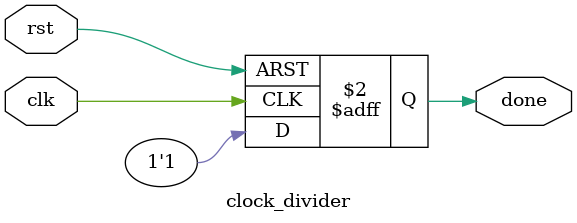
<source format=v>

module clock_divider(input clk, input rst, output reg done);
    always @(posedge clk or posedge rst) begin
        if (rst)
            done <= 0;
        else
            done <= 1;
    end
endmodule

</source>
